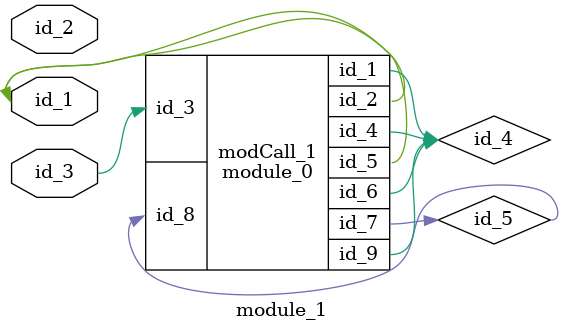
<source format=v>
module module_0 (
    id_1,
    id_2,
    id_3,
    id_4,
    id_5,
    id_6,
    id_7,
    id_8,
    id_9
);
  inout wire id_9;
  input wire id_8;
  inout wire id_7;
  inout wire id_6;
  inout wire id_5;
  inout wire id_4;
  input wire id_3;
  output wire id_2;
  inout wire id_1;
  always id_2.id_8 = 1'b0 == 1;
  assign id_4 = id_6;
endmodule
module module_1 (
    id_1,
    id_2,
    id_3
);
  input wire id_3;
  input wire id_2;
  inout wire id_1;
  wire id_4, id_5, id_6;
  module_0 modCall_1 (
      id_4,
      id_1,
      id_3,
      id_4,
      id_1,
      id_4,
      id_5,
      id_5,
      id_4
  );
endmodule

</source>
